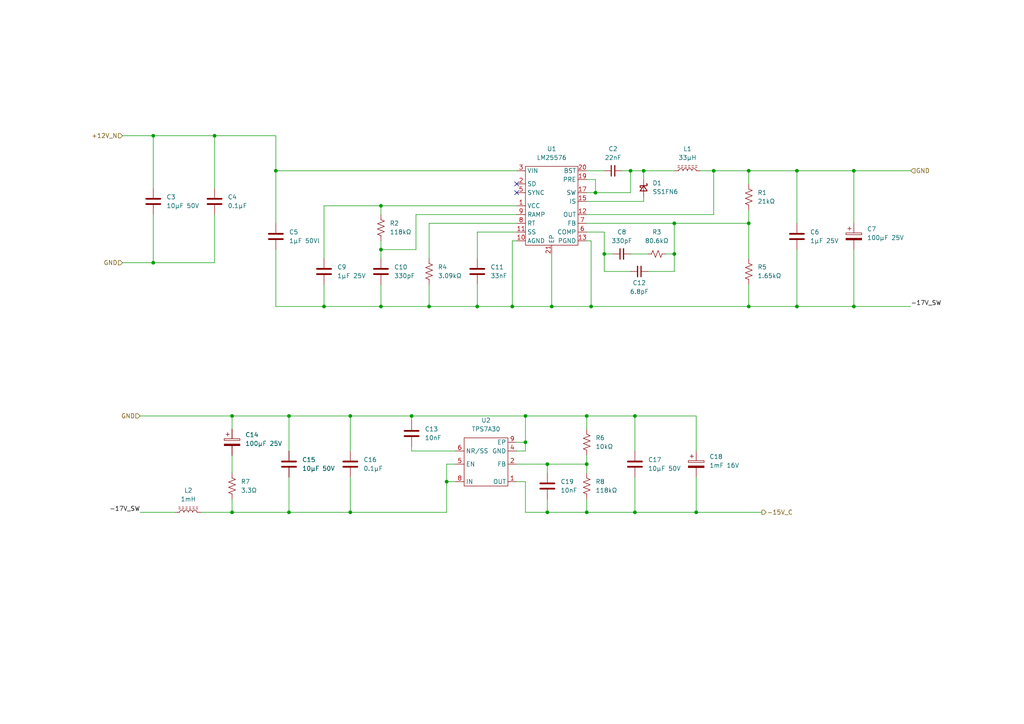
<source format=kicad_sch>
(kicad_sch (version 20231120) (generator "eeschema") (generator_version "8.0")
  (paper "A4")
  (lib_symbols
    (symbol "BW_Active:LM25576"
      (property "Reference" "U" (at 0 14.732 0))
      (property "Value" "LM25576" (at -0.254 12.7 0))
      (symbol "LM25576_0_1"
        (polyline (pts (xy -7.62 11.43) (xy 7.62 11.43) (xy 7.62 -11.43) (xy -7.62 -11.43) (xy -7.62 11.43)))
      )
      (symbol "LM25576_1_1"
        (pin passive line (at -10.16 0 0) (length 2.54) (name "VCC") (number "1"))
        (pin power_in line (at -10.16 -10.16 0) (length 2.54) (name "AGND") (number "10"))
        (pin passive line (at -10.16 -7.62 0) (length 2.54) (name "SS") (number "11"))
        (pin passive line (at 10.16 -2.54 180) (length 2.54) (name "OUT") (number "12"))
        (pin power_in line (at 10.16 -10.16 180) (length 2.54) (name "PGND") (number "13"))
        (pin passive line (at 10.16 -10.16 180) (length 2.54) hide (name "PGND") (number "14"))
        (pin passive line (at 10.16 1.27 180) (length 2.54) (name "IS") (number "15"))
        (pin passive line (at 10.16 1.27 180) (length 2.54) hide (name "IS") (number "16"))
        (pin passive line (at 10.16 3.81 180) (length 2.54) (name "SW") (number "17"))
        (pin passive line (at 10.16 3.81 180) (length 2.54) hide (name "SW") (number "18"))
        (pin passive line (at 10.16 7.62 180) (length 2.54) (name "PRE") (number "19"))
        (pin passive line (at -10.16 6.35 0) (length 2.54) (name "SD") (number "2"))
        (pin passive line (at 10.16 10.16 180) (length 2.54) (name "BST") (number "20"))
        (pin passive line (at 0 -13.97 90) (length 2.54) (name "EP") (number "21"))
        (pin power_in line (at -10.16 10.16 0) (length 2.54) (name "VIN") (number "3"))
        (pin passive line (at -10.16 10.16 0) (length 2.54) hide (name "VIN") (number "4"))
        (pin bidirectional line (at -10.16 3.81 0) (length 2.54) (name "SYNC") (number "5"))
        (pin passive line (at 10.16 -7.62 180) (length 2.54) (name "COMP") (number "6"))
        (pin passive line (at 10.16 -5.08 180) (length 2.54) (name "FB") (number "7"))
        (pin passive line (at -10.16 -5.08 0) (length 2.54) (name "RT") (number "8"))
        (pin passive line (at -10.16 -2.54 0) (length 2.54) (name "RAMP") (number "9"))
      )
    )
    (symbol "BW_Active:TPS7A30"
      (property "Reference" "U" (at 0 10.668 0))
      (property "Value" "TPS7A30" (at 0 8.636 0))
      (symbol "TPS7A30_0_0"
        (pin power_out line (at 8.89 -5.08 180) (length 2.54) (name "OUT") (number "1"))
        (pin passive line (at 8.89 0 180) (length 2.54) (name "FB") (number "2"))
        (pin power_in line (at 8.89 3.81 180) (length 2.54) (name "GND") (number "4"))
        (pin input line (at -8.89 0 0) (length 2.54) (name "EN") (number "5"))
        (pin passive line (at -8.89 3.81 0) (length 2.54) (name "NR/SS") (number "6"))
        (pin power_in line (at -8.89 -5.08 0) (length 2.54) (name "IN") (number "8"))
        (pin passive line (at 8.89 6.35 180) (length 2.54) (name "EP") (number "9"))
      )
      (symbol "TPS7A30_0_1"
        (polyline (pts (xy 6.35 7.62) (xy -6.35 7.62) (xy -6.35 -6.35) (xy 6.35 -6.35) (xy 6.35 7.62)))
      )
    )
    (symbol "Device:C" (pin_numbers hide) (pin_names (offset 0.254))
      (property "Reference" "C" (at 0.635 2.54 0))
      (property "Value" "C" (at 0.635 -2.54 0))
      (symbol "C_0_1"
        (polyline (pts (xy -2.032 -0.762) (xy 2.032 -0.762)) (stroke (width 0.508)))
        (polyline (pts (xy -2.032 0.762) (xy 2.032 0.762)) (stroke (width 0.508)))
      )
      (symbol "C_1_1"
        (pin passive line (at 0 3.81 270) (length 2.794) (name "~") (number "1"))
        (pin passive line (at 0 -3.81 90) (length 2.794) (name "~") (number "2"))
      )
    )
    (symbol "Device:C_Polarized" (pin_numbers hide) (pin_names (offset 0.254))
      (property "Reference" "C" (at 0.635 2.54 0))
      (property "Value" "C_Polarized" (at 0.635 -2.54 0))
      (symbol "C_Polarized_0_1"
        (rectangle (start -2.286 0.508) (end 2.286 1.016))
        (polyline (pts (xy -1.778 2.286) (xy -0.762 2.286)))
        (polyline (pts (xy -1.27 2.794) (xy -1.27 1.778)))
        (rectangle (start 2.286 -0.508) (end -2.286 -1.016) (fill (type outline)))
      )
      (symbol "C_Polarized_1_1"
        (pin passive line (at 0 3.81 270) (length 2.794) (name "~") (number "1"))
        (pin passive line (at 0 -3.81 90) (length 2.794) (name "~") (number "2"))
      )
    )
    (symbol "Device:C_Small" (pin_numbers hide) (pin_names (offset 0.254) hide)
      (property "Reference" "C" (at 0.254 1.778 0))
      (property "Value" "C_Small" (at 0.254 -2.032 0))
      (symbol "C_Small_0_1"
        (polyline (pts (xy -1.524 -0.508) (xy 1.524 -0.508)) (stroke (width 0.3302)))
        (polyline (pts (xy -1.524 0.508) (xy 1.524 0.508)) (stroke (width 0.3048)))
      )
      (symbol "C_Small_1_1"
        (pin passive line (at 0 2.54 270) (length 2.032) (name "~") (number "1"))
        (pin passive line (at 0 -2.54 90) (length 2.032) (name "~") (number "2"))
      )
    )
    (symbol "Device:D_Schottky_Small" (pin_numbers hide) (pin_names (offset 0.254) hide)
      (property "Reference" "D" (at -1.27 2.032 0))
      (property "Value" "D_Schottky_Small" (at -7.112 -2.032 0))
      (symbol "D_Schottky_Small_0_1"
        (polyline (pts (xy -0.762 0) (xy 0.762 0)))
        (polyline (pts (xy 0.762 -1.016) (xy -0.762 0) (xy 0.762 1.016) (xy 0.762 -1.016)) (stroke (width 0.254)))
        (polyline (pts (xy -1.27 0.762) (xy -1.27 1.016) (xy -0.762 1.016) (xy -0.762 -1.016) (xy -0.254 -1.016) (xy -0.254 -0.762)) (stroke (width 0.254)))
      )
      (symbol "D_Schottky_Small_1_1"
        (pin passive line (at -2.54 0 0) (length 1.778) (name "K") (number "1"))
        (pin passive line (at 2.54 0 180) (length 1.778) (name "A") (number "2"))
      )
    )
    (symbol "Device:L_Ferrite" (pin_numbers hide) (pin_names (offset 1.016) hide)
      (property "Reference" "L" (at -1.27 0 90))
      (property "Value" "L_Ferrite" (at 2.794 0 90))
      (symbol "L_Ferrite_0_1"
        (arc (start 0 -2.54) (mid 0.6323 -1.905) (end 0 -1.27))
        (arc (start 0 -1.27) (mid 0.6323 -0.635) (end 0 0))
        (polyline (pts (xy 1.016 -2.794) (xy 1.016 -2.286)))
        (polyline (pts (xy 1.016 -1.778) (xy 1.016 -1.27)))
        (polyline (pts (xy 1.016 -0.762) (xy 1.016 -0.254)))
        (polyline (pts (xy 1.016 0.254) (xy 1.016 0.762)))
        (polyline (pts (xy 1.016 1.27) (xy 1.016 1.778)))
        (polyline (pts (xy 1.016 2.286) (xy 1.016 2.794)))
        (polyline (pts (xy 1.524 -2.286) (xy 1.524 -2.794)))
        (polyline (pts (xy 1.524 -1.27) (xy 1.524 -1.778)))
        (polyline (pts (xy 1.524 -0.254) (xy 1.524 -0.762)))
        (polyline (pts (xy 1.524 0.762) (xy 1.524 0.254)))
        (polyline (pts (xy 1.524 1.778) (xy 1.524 1.27)))
        (polyline (pts (xy 1.524 2.794) (xy 1.524 2.286)))
        (arc (start 0 0) (mid 0.6323 0.635) (end 0 1.27))
        (arc (start 0 1.27) (mid 0.6323 1.905) (end 0 2.54))
      )
      (symbol "L_Ferrite_1_1"
        (pin passive line (at 0 3.81 270) (length 1.27) (name "1") (number "1"))
        (pin passive line (at 0 -3.81 90) (length 1.27) (name "2") (number "2"))
      )
    )
    (symbol "Device:R_Small_US" (pin_numbers hide) (pin_names (offset 0.254) hide)
      (property "Reference" "R" (at 0.762 0.508 0))
      (property "Value" "R_Small_US" (at 0.762 -1.016 0))
      (symbol "R_Small_US_1_1"
        (polyline (pts (xy 0 0) (xy 1.016 -0.381) (xy 0 -0.762) (xy -1.016 -1.143) (xy 0 -1.524)))
        (polyline (pts (xy 0 1.524) (xy 1.016 1.143) (xy 0 0.762) (xy -1.016 0.381) (xy 0 0)))
        (pin passive line (at 0 2.54 270) (length 1.016) (name "~") (number "1"))
        (pin passive line (at 0 -2.54 90) (length 1.016) (name "~") (number "2"))
      )
    )
    (symbol "Device:R_US" (pin_numbers hide) (pin_names (offset 0))
      (property "Reference" "R" (at 2.54 0 90))
      (property "Value" "R_US" (at -2.54 0 90))
      (symbol "R_US_0_1"
        (polyline (pts (xy 0 -2.286) (xy 0 -2.54)))
        (polyline (pts (xy 0 2.286) (xy 0 2.54)))
        (polyline (pts (xy 0 -0.762) (xy 1.016 -1.143) (xy 0 -1.524) (xy -1.016 -1.905) (xy 0 -2.286)))
        (polyline (pts (xy 0 0.762) (xy 1.016 0.381) (xy 0 0) (xy -1.016 -0.381) (xy 0 -0.762)))
        (polyline (pts (xy 0 2.286) (xy 1.016 1.905) (xy 0 1.524) (xy -1.016 1.143) (xy 0 0.762)))
      )
      (symbol "R_US_1_1"
        (pin passive line (at 0 3.81 270) (length 1.27) (name "~") (number "1"))
        (pin passive line (at 0 -3.81 90) (length 1.27) (name "~") (number "2"))
      )
    )
  )
  (junction (at 231.14 49.53))
  (junction (at 201.93 148.59))
  (junction (at 67.31 120.65))
  (junction (at 195.58 73.66))
  (junction (at 231.14 88.9))
  (junction (at 158.75 148.59))
  (junction (at 160.02 88.9))
  (junction (at 110.49 59.69))
  (junction (at 170.18 134.62))
  (junction (at 124.46 88.9))
  (junction (at 170.18 148.59))
  (junction (at 217.17 64.77))
  (junction (at 110.49 88.9))
  (junction (at 186.69 49.53))
  (junction (at 195.58 64.77))
  (junction (at 80.01 49.53))
  (junction (at 101.6 148.59))
  (junction (at 101.6 120.65))
  (junction (at 172.72 55.88))
  (junction (at 110.49 72.39))
  (junction (at 83.82 120.65))
  (junction (at 152.4 128.27))
  (junction (at 129.54 139.7))
  (junction (at 247.65 49.53))
  (junction (at 184.15 148.59))
  (junction (at 175.26 73.66))
  (junction (at 182.88 49.53))
  (junction (at 217.17 88.9))
  (junction (at 170.18 120.65))
  (junction (at 44.45 39.37))
  (junction (at 152.4 120.65))
  (junction (at 119.38 120.65))
  (junction (at 184.15 120.65))
  (junction (at 67.31 148.59))
  (junction (at 207.01 49.53))
  (junction (at 93.98 88.9))
  (junction (at 83.82 148.59))
  (junction (at 171.45 88.9))
  (junction (at 158.75 134.62))
  (junction (at 138.43 88.9))
  (junction (at 247.65 88.9))
  (junction (at 148.59 88.9))
  (junction (at 62.23 39.37))
  (junction (at 44.45 76.2))
  (junction (at 217.17 49.53))
  (no_connect (at 149.86 53.34))
  (no_connect (at 149.86 55.88))
  (wire (pts (xy 83.82 148.59) (xy 101.6 148.59)))
  (wire (pts (xy 138.43 82.55) (xy 138.43 88.9)))
  (wire (pts (xy 170.18 52.07) (xy 172.72 52.07)))
  (wire (pts (xy 247.65 88.9) (xy 231.14 88.9)))
  (wire (pts (xy 158.75 148.59) (xy 170.18 148.59)))
  (wire (pts (xy 170.18 69.85) (xy 171.45 69.85)))
  (wire (pts (xy 152.4 148.59) (xy 158.75 148.59)))
  (wire (pts (xy 184.15 138.43) (xy 184.15 148.59)))
  (wire (pts (xy 83.82 138.43) (xy 83.82 148.59)))
  (wire (pts (xy 184.15 130.81) (xy 184.15 120.65)))
  (wire (pts (xy 186.69 58.42) (xy 186.69 57.15)))
  (wire (pts (xy 93.98 59.69) (xy 93.98 74.93)))
  (wire (pts (xy 110.49 82.55) (xy 110.49 88.9)))
  (wire (pts (xy 170.18 64.77) (xy 195.58 64.77)))
  (wire (pts (xy 217.17 82.55) (xy 217.17 88.9)))
  (wire (pts (xy 247.65 64.77) (xy 247.65 49.53)))
  (wire (pts (xy 170.18 148.59) (xy 170.18 144.78)))
  (wire (pts (xy 184.15 120.65) (xy 170.18 120.65)))
  (wire (pts (xy 170.18 134.62) (xy 170.18 132.08)))
  (wire (pts (xy 148.59 69.85) (xy 149.86 69.85)))
  (wire (pts (xy 101.6 120.65) (xy 101.6 130.81)))
  (wire (pts (xy 217.17 88.9) (xy 171.45 88.9)))
  (wire (pts (xy 80.01 72.39) (xy 80.01 88.9)))
  (wire (pts (xy 175.26 78.74) (xy 175.26 73.66)))
  (wire (pts (xy 175.26 73.66) (xy 175.26 67.31)))
  (wire (pts (xy 148.59 88.9) (xy 160.02 88.9)))
  (wire (pts (xy 67.31 124.46) (xy 67.31 120.65)))
  (wire (pts (xy 62.23 76.2) (xy 44.45 76.2)))
  (wire (pts (xy 158.75 134.62) (xy 158.75 137.16)))
  (wire (pts (xy 138.43 67.31) (xy 149.86 67.31)))
  (wire (pts (xy 170.18 55.88) (xy 172.72 55.88)))
  (wire (pts (xy 132.08 130.81) (xy 119.38 130.81)))
  (wire (pts (xy 158.75 134.62) (xy 170.18 134.62)))
  (wire (pts (xy 160.02 88.9) (xy 160.02 73.66)))
  (wire (pts (xy 62.23 62.23) (xy 62.23 76.2)))
  (wire (pts (xy 247.65 49.53) (xy 264.16 49.53)))
  (wire (pts (xy 138.43 74.93) (xy 138.43 67.31)))
  (wire (pts (xy 231.14 64.77) (xy 231.14 49.53)))
  (wire (pts (xy 186.69 52.07) (xy 186.69 49.53)))
  (wire (pts (xy 119.38 121.92) (xy 119.38 120.65)))
  (wire (pts (xy 149.86 128.27) (xy 152.4 128.27)))
  (wire (pts (xy 231.14 88.9) (xy 217.17 88.9)))
  (wire (pts (xy 203.2 49.53) (xy 207.01 49.53)))
  (wire (pts (xy 120.65 72.39) (xy 110.49 72.39)))
  (wire (pts (xy 170.18 58.42) (xy 186.69 58.42)))
  (wire (pts (xy 186.69 49.53) (xy 182.88 49.53)))
  (wire (pts (xy 80.01 49.53) (xy 80.01 39.37)))
  (wire (pts (xy 101.6 120.65) (xy 119.38 120.65)))
  (wire (pts (xy 201.93 148.59) (xy 220.98 148.59)))
  (wire (pts (xy 170.18 124.46) (xy 170.18 120.65)))
  (wire (pts (xy 170.18 134.62) (xy 170.18 137.16)))
  (wire (pts (xy 207.01 49.53) (xy 207.01 62.23)))
  (wire (pts (xy 129.54 139.7) (xy 129.54 148.59)))
  (wire (pts (xy 182.88 55.88) (xy 182.88 49.53)))
  (wire (pts (xy 83.82 120.65) (xy 101.6 120.65)))
  (wire (pts (xy 195.58 64.77) (xy 195.58 73.66)))
  (wire (pts (xy 201.93 148.59) (xy 184.15 148.59)))
  (wire (pts (xy 195.58 73.66) (xy 193.04 73.66)))
  (wire (pts (xy 171.45 88.9) (xy 160.02 88.9)))
  (wire (pts (xy 124.46 88.9) (xy 138.43 88.9)))
  (wire (pts (xy 80.01 49.53) (xy 80.01 64.77)))
  (wire (pts (xy 138.43 88.9) (xy 148.59 88.9)))
  (wire (pts (xy 149.86 49.53) (xy 80.01 49.53)))
  (wire (pts (xy 195.58 78.74) (xy 195.58 73.66)))
  (wire (pts (xy 172.72 52.07) (xy 172.72 55.88)))
  (wire (pts (xy 217.17 53.34) (xy 217.17 49.53)))
  (wire (pts (xy 217.17 64.77) (xy 195.58 64.77)))
  (wire (pts (xy 187.96 78.74) (xy 195.58 78.74)))
  (wire (pts (xy 182.88 73.66) (xy 187.96 73.66)))
  (wire (pts (xy 110.49 88.9) (xy 124.46 88.9)))
  (wire (pts (xy 217.17 60.96) (xy 217.17 64.77)))
  (wire (pts (xy 152.4 139.7) (xy 152.4 148.59)))
  (wire (pts (xy 172.72 55.88) (xy 182.88 55.88)))
  (wire (pts (xy 149.86 59.69) (xy 110.49 59.69)))
  (wire (pts (xy 170.18 120.65) (xy 152.4 120.65)))
  (wire (pts (xy 124.46 64.77) (xy 149.86 64.77)))
  (wire (pts (xy 149.86 130.81) (xy 152.4 130.81)))
  (wire (pts (xy 149.86 134.62) (xy 158.75 134.62)))
  (wire (pts (xy 152.4 120.65) (xy 119.38 120.65)))
  (wire (pts (xy 40.64 148.59) (xy 50.8 148.59)))
  (wire (pts (xy 201.93 120.65) (xy 184.15 120.65)))
  (wire (pts (xy 170.18 49.53) (xy 175.26 49.53)))
  (wire (pts (xy 124.46 74.93) (xy 124.46 64.77)))
  (wire (pts (xy 101.6 138.43) (xy 101.6 148.59)))
  (wire (pts (xy 149.86 62.23) (xy 120.65 62.23)))
  (wire (pts (xy 80.01 39.37) (xy 62.23 39.37)))
  (wire (pts (xy 148.59 69.85) (xy 148.59 88.9)))
  (wire (pts (xy 44.45 39.37) (xy 62.23 39.37)))
  (wire (pts (xy 40.64 120.65) (xy 67.31 120.65)))
  (wire (pts (xy 201.93 138.43) (xy 201.93 148.59)))
  (wire (pts (xy 35.56 39.37) (xy 44.45 39.37)))
  (wire (pts (xy 175.26 67.31) (xy 170.18 67.31)))
  (wire (pts (xy 119.38 130.81) (xy 119.38 129.54)))
  (wire (pts (xy 186.69 49.53) (xy 195.58 49.53)))
  (wire (pts (xy 129.54 134.62) (xy 132.08 134.62)))
  (wire (pts (xy 124.46 82.55) (xy 124.46 88.9)))
  (wire (pts (xy 44.45 39.37) (xy 44.45 54.61)))
  (wire (pts (xy 129.54 134.62) (xy 129.54 139.7)))
  (wire (pts (xy 58.42 148.59) (xy 67.31 148.59)))
  (wire (pts (xy 83.82 120.65) (xy 83.82 130.81)))
  (wire (pts (xy 231.14 49.53) (xy 217.17 49.53)))
  (wire (pts (xy 110.49 72.39) (xy 110.49 74.93)))
  (wire (pts (xy 110.49 59.69) (xy 110.49 62.23)))
  (wire (pts (xy 217.17 49.53) (xy 207.01 49.53)))
  (wire (pts (xy 93.98 88.9) (xy 110.49 88.9)))
  (wire (pts (xy 201.93 130.81) (xy 201.93 120.65)))
  (wire (pts (xy 67.31 144.78) (xy 67.31 148.59)))
  (wire (pts (xy 217.17 74.93) (xy 217.17 64.77)))
  (wire (pts (xy 35.56 76.2) (xy 44.45 76.2)))
  (wire (pts (xy 132.08 139.7) (xy 129.54 139.7)))
  (wire (pts (xy 152.4 128.27) (xy 152.4 120.65)))
  (wire (pts (xy 67.31 132.08) (xy 67.31 137.16)))
  (wire (pts (xy 171.45 69.85) (xy 171.45 88.9)))
  (wire (pts (xy 158.75 144.78) (xy 158.75 148.59)))
  (wire (pts (xy 207.01 62.23) (xy 170.18 62.23)))
  (wire (pts (xy 247.65 88.9) (xy 264.16 88.9)))
  (wire (pts (xy 182.88 78.74) (xy 175.26 78.74)))
  (wire (pts (xy 101.6 148.59) (xy 129.54 148.59)))
  (wire (pts (xy 93.98 82.55) (xy 93.98 88.9)))
  (wire (pts (xy 247.65 49.53) (xy 231.14 49.53)))
  (wire (pts (xy 152.4 130.81) (xy 152.4 128.27)))
  (wire (pts (xy 182.88 49.53) (xy 180.34 49.53)))
  (wire (pts (xy 120.65 62.23) (xy 120.65 72.39)))
  (wire (pts (xy 247.65 72.39) (xy 247.65 88.9)))
  (wire (pts (xy 184.15 148.59) (xy 170.18 148.59)))
  (wire (pts (xy 80.01 88.9) (xy 93.98 88.9)))
  (wire (pts (xy 175.26 73.66) (xy 177.8 73.66)))
  (wire (pts (xy 110.49 59.69) (xy 93.98 59.69)))
  (wire (pts (xy 67.31 120.65) (xy 83.82 120.65)))
  (wire (pts (xy 110.49 69.85) (xy 110.49 72.39)))
  (wire (pts (xy 44.45 76.2) (xy 44.45 62.23)))
  (wire (pts (xy 231.14 72.39) (xy 231.14 88.9)))
  (wire (pts (xy 62.23 39.37) (xy 62.23 54.61)))
  (wire (pts (xy 149.86 139.7) (xy 152.4 139.7)))
  (wire (pts (xy 67.31 148.59) (xy 83.82 148.59)))
  (label "-17V_SW" (at 264.16 88.9 0))
  (label "-17V_SW" (at 40.64 148.59 180))
  (hierarchical_label "GND" (shape input) (at 40.64 120.65 180))
  (hierarchical_label "GND" (shape input) (at 35.56 76.2 180))
  (hierarchical_label "GND" (shape input) (at 264.16 49.53 0))
  (hierarchical_label "+12V_N" (shape input) (at 35.56 39.37 180))
  (hierarchical_label "-15V_C" (shape output) (at 220.98 148.59 0))
  (symbol (lib_id "Device:R_US") (at 170.18 128.27 0) (unit 1)
    (property "Reference" "R6" (at 172.72 126.9999 0) (effects (justify left)))
    (property "Value" "10kΩ" (at 172.72 129.5399 0) (effects (justify left)))
    (property "Footprint" "Resistor_SMD:R_0603_1608Metric" (effects (hide yes)))
    (property "Description" "Resistor, US symbol" (effects (hide yes)))
  )
  (symbol (lib_id "Device:C_Polarized") (at 67.31 128.27 0) (unit 1)
    (property "Reference" "C14" (at 71.12 126.1109 0) (effects (justify left)))
    (property "Value" "100µF 25V" (at 71.12 128.6509 0) (effects (justify left)))
    (property "Footprint" "Capacitor_THT:CP_Radial_D6.3mm_P2.50mm" (effects (hide yes)))
    (property "Description" "Polarized capacitor" (effects (hide yes)))
  )
  (symbol (lib_id "Device:C_Polarized") (at 247.65 68.58 0) (unit 1)
    (property "Reference" "C7" (at 251.46 66.4209 0) (effects (justify left)))
    (property "Value" "100µF 25V" (at 251.46 68.9609 0) (effects (justify left)))
    (property "Footprint" "Capacitor_SMD:CP_Elec_6.3x7.7" (effects (hide yes)))
    (property "Description" "Polarized capacitor" (effects (hide yes)))
  )
  (symbol (lib_id "Device:R_US") (at 110.49 66.04 0) (unit 1)
    (property "Reference" "R2" (at 113.03 64.7699 0) (effects (justify left)))
    (property "Value" "118kΩ" (at 113.03 67.3099 0) (effects (justify left)))
    (property "Footprint" "Resistor_SMD:R_0603_1608Metric" (effects (hide yes)))
    (property "Description" "Resistor, US symbol" (effects (hide yes)))
  )
  (symbol (lib_id "Device:C") (at 184.15 134.62 0) (unit 1)
    (property "Reference" "C17" (at 187.96 133.3499 0) (effects (justify left)))
    (property "Value" "10µF 50V" (at 187.96 135.8899 0) (effects (justify left)))
    (property "Footprint" "Capacitor_SMD:C_1206_3216Metric" (effects (hide yes)))
    (property "Description" "Unpolarized capacitor" (effects (hide yes)))
  )
  (symbol (lib_id "Device:C") (at 119.38 125.73 0) (unit 1)
    (property "Reference" "C13" (at 123.19 124.4599 0) (effects (justify left)))
    (property "Value" "10nF" (at 123.19 126.9999 0) (effects (justify left)))
    (property "Footprint" "Capacitor_SMD:C_0603_1608Metric" (effects (hide yes)))
    (property "Description" "Unpolarized capacitor" (effects (hide yes)))
  )
  (symbol (lib_id "BW_Active:TPS7A30") (at 140.97 134.62 0) (unit 1)
    (property "Reference" "U2" (at 140.97 121.92 0))
    (property "Value" "TPS7A30" (at 140.97 124.46 0))
    (property "Footprint" "Package_SO:HVSSOP-8-1EP_3x3mm_P0.65mm_EP1.57x1.89mm" (effects (hide yes)))
    (property "Datasheet" "https://www.ti.com/lit/ds/symlink/tps7a30.pdf" (effects (hide yes)))
    (property "Description" "200mA Ultra-low-noise Negative LDO" (effects (hide yes)))
  )
  (symbol (lib_id "Device:C_Small") (at 180.34 73.66 90) (unit 1)
    (property "Reference" "C8" (at 180.3463 67.31 90))
    (property "Value" "330pF" (at 180.3463 69.85 90))
    (property "Footprint" "Capacitor_SMD:C_0603_1608Metric" (effects (hide yes)))
    (property "Description" "Unpolarized capacitor, small symbol" (effects (hide yes)))
  )
  (symbol (lib_id "Device:C_Small") (at 185.42 78.74 270) (unit 1)
    (property "Reference" "C12" (at 185.42 82.042 90))
    (property "Value" "6.8pF" (at 185.42 84.582 90))
    (property "Footprint" "Capacitor_SMD:C_0603_1608Metric" (effects (hide yes)))
    (property "Description" "Unpolarized capacitor, small symbol" (effects (hide yes)))
  )
  (symbol (lib_id "Device:C") (at 93.98 78.74 0) (unit 1)
    (property "Reference" "C9" (at 97.79 77.4699 0) (effects (justify left)))
    (property "Value" "1µF 25V" (at 97.79 80.0099 0) (effects (justify left)))
    (property "Footprint" "Capacitor_SMD:C_0603_1608Metric" (effects (hide yes)))
    (property "Description" "Unpolarized capacitor" (effects (hide yes)))
  )
  (symbol (lib_id "Device:C") (at 110.49 78.74 0) (unit 1)
    (property "Reference" "C10" (at 114.3 77.4699 0) (effects (justify left)))
    (property "Value" "330pF" (at 114.3 80.0099 0) (effects (justify left)))
    (property "Footprint" "Capacitor_SMD:C_0603_1608Metric" (effects (hide yes)))
    (property "Description" "Unpolarized capacitor" (effects (hide yes)))
  )
  (symbol (lib_id "Device:R_Small_US") (at 190.5 73.66 90) (unit 1)
    (property "Reference" "R3" (at 190.5 67.31 90))
    (property "Value" "80.6kΩ" (at 190.5 69.85 90))
    (property "Footprint" "Resistor_SMD:R_0603_1608Metric" (effects (hide yes)))
    (property "Description" "Resistor, small US symbol" (effects (hide yes)))
  )
  (symbol (lib_id "Device:C") (at 83.82 134.62 0) (unit 1)
    (property "Reference" "C15" (at 87.63 133.3499 0) (effects (justify left)))
    (property "Value" "10µF 50V" (at 87.63 135.8899 0) (effects (justify left)))
    (property "Footprint" "Capacitor_SMD:C_1206_3216Metric" (effects (hide yes)))
    (property "Description" "Unpolarized capacitor" (effects (hide yes)))
  )
  (symbol (lib_id "Device:C_Polarized") (at 201.93 134.62 0) (unit 1)
    (property "Reference" "C18" (at 205.74 132.4609 0) (effects (justify left)))
    (property "Value" "1mF 16V" (at 205.74 135.0009 0) (effects (justify left)))
    (property "Footprint" "Capacitor_THT:CP_Radial_D8.0mm_P3.50mm" (effects (hide yes)))
    (property "Description" "Polarized capacitor" (effects (hide yes)))
  )
  (symbol (lib_id "Device:R_US") (at 124.46 78.74 0) (unit 1)
    (property "Reference" "R4" (at 127 77.4699 0) (effects (justify left)))
    (property "Value" "3.09kΩ" (at 127 80.0099 0) (effects (justify left)))
    (property "Footprint" "Resistor_SMD:R_0603_1608Metric" (effects (hide yes)))
    (property "Description" "Resistor, US symbol" (effects (hide yes)))
  )
  (symbol (lib_id "Device:R_US") (at 170.18 140.97 0) (unit 1)
    (property "Reference" "R8" (at 172.72 139.6999 0) (effects (justify left)))
    (property "Value" "118kΩ" (at 172.72 142.2399 0) (effects (justify left)))
    (property "Footprint" "Resistor_SMD:R_0603_1608Metric" (effects (hide yes)))
    (property "Description" "Resistor, US symbol" (effects (hide yes)))
  )
  (symbol (lib_id "Device:C") (at 62.23 58.42 0) (unit 1)
    (property "Reference" "C4" (at 66.04 57.1499 0) (effects (justify left)))
    (property "Value" "0.1µF" (at 66.04 59.6899 0) (effects (justify left)))
    (property "Footprint" "Capacitor_SMD:C_0603_1608Metric" (effects (hide yes)))
    (property "Description" "Unpolarized capacitor" (effects (hide yes)))
  )
  (symbol (lib_id "Device:C") (at 44.45 58.42 0) (unit 1)
    (property "Reference" "C3" (at 48.26 57.1499 0) (effects (justify left)))
    (property "Value" "10µF 50V" (at 48.26 59.6899 0) (effects (justify left)))
    (property "Footprint" "Capacitor_SMD:C_1206_3216Metric" (effects (hide yes)))
    (property "Description" "Unpolarized capacitor" (effects (hide yes)))
  )
  (symbol (lib_id "Device:C") (at 158.75 140.97 0) (unit 1)
    (property "Reference" "C19" (at 162.56 139.6999 0) (effects (justify left)))
    (property "Value" "10nF" (at 162.56 142.2399 0) (effects (justify left)))
    (property "Footprint" "Capacitor_SMD:C_0603_1608Metric" (effects (hide yes)))
    (property "Description" "Unpolarized capacitor" (effects (hide yes)))
  )
  (symbol (lib_id "Device:R_US") (at 217.17 57.15 0) (unit 1)
    (property "Reference" "R1" (at 219.71 55.8799 0) (effects (justify left)))
    (property "Value" "21kΩ" (at 219.71 58.4199 0) (effects (justify left)))
    (property "Footprint" "Resistor_SMD:R_0603_1608Metric" (effects (hide yes)))
    (property "Description" "Resistor, US symbol" (effects (hide yes)))
  )
  (symbol (lib_id "Device:D_Schottky_Small") (at 186.69 54.61 270) (unit 1)
    (property "Reference" "D1" (at 189.23 53.0859 90) (effects (justify left)))
    (property "Value" "SS1FN6" (at 189.23 55.6259 90) (effects (justify left)))
    (property "Footprint" "Diode_SMD:D_SMF" (effects (hide yes)))
    (property "Description" "Schottky diode, small symbol" (effects (hide yes)))
  )
  (symbol (lib_id "Device:C") (at 80.01 68.58 0) (unit 1)
    (property "Reference" "C5" (at 83.82 67.3099 0) (effects (justify left)))
    (property "Value" "1µF 50Vl" (at 83.82 69.8499 0) (effects (justify left)))
    (property "Footprint" "Capacitor_SMD:C_0805_2012Metric" (effects (hide yes)))
    (property "Description" "Unpolarized capacitor" (effects (hide yes)))
  )
  (symbol (lib_id "Device:R_US") (at 67.31 140.97 0) (unit 1)
    (property "Reference" "R7" (at 69.85 139.6999 0) (effects (justify left)))
    (property "Value" "3.3Ω" (at 69.85 142.2399 0) (effects (justify left)))
    (property "Footprint" "Resistor_SMD:R_0805_2012Metric" (effects (hide yes)))
    (property "Description" "Resistor, US symbol" (effects (hide yes)))
  )
  (symbol (lib_id "Device:R_US") (at 217.17 78.74 0) (unit 1)
    (property "Reference" "R5" (at 219.71 77.4699 0) (effects (justify left)))
    (property "Value" "1.65kΩ" (at 219.71 80.0099 0) (effects (justify left)))
    (property "Footprint" "Resistor_SMD:R_0603_1608Metric" (effects (hide yes)))
    (property "Description" "Resistor, US symbol" (effects (hide yes)))
  )
  (symbol (lib_id "Device:L_Ferrite") (at 199.39 49.53 90) (unit 1)
    (property "Reference" "L1" (at 199.39 43.18 90))
    (property "Value" "33µH" (at 199.39 45.72 90))
    (property "Footprint" "BW_PassiveMechanical:L_KEMET_MPGV1D1054" (effects (hide yes)))
    (property "Description" "Inductor with ferrite core" (effects (hide yes)))
  )
  (symbol (lib_id "Device:L_Ferrite") (at 54.61 148.59 90) (unit 1)
    (property "Reference" "L2" (at 54.61 142.24 90))
    (property "Value" "1mH" (at 54.61 144.78 90))
    (property "Footprint" "BW_PassiveMechanical:L_Coilcraft_MSS7348-XXX-fixed" (effects (hide yes)))
    (property "Description" "Inductor with ferrite core" (effects (hide yes)))
  )
  (symbol (lib_id "Device:C") (at 138.43 78.74 0) (unit 1)
    (property "Reference" "C11" (at 142.24 77.4699 0) (effects (justify left)))
    (property "Value" "33nF" (at 142.24 80.0099 0) (effects (justify left)))
    (property "Footprint" "Capacitor_SMD:C_0603_1608Metric" (effects (hide yes)))
    (property "Description" "Unpolarized capacitor" (effects (hide yes)))
  )
  (symbol (lib_id "Device:C") (at 231.14 68.58 0) (unit 1)
    (property "Reference" "C6" (at 234.95 67.3099 0) (effects (justify left)))
    (property "Value" "1µF 25V" (at 234.95 69.8499 0) (effects (justify left)))
    (property "Footprint" "Capacitor_SMD:C_0603_1608Metric" (effects (hide yes)))
    (property "Description" "Unpolarized capacitor" (effects (hide yes)))
  )
  (symbol (lib_id "Device:C_Small") (at 177.8 49.53 90) (unit 1)
    (property "Reference" "C2" (at 177.8063 43.18 90))
    (property "Value" "22nF" (at 177.8063 45.72 90))
    (property "Footprint" "Capacitor_SMD:C_0603_1608Metric" (effects (hide yes)))
    (property "Description" "Unpolarized capacitor, small symbol" (effects (hide yes)))
  )
  (symbol (lib_id "Device:C") (at 101.6 134.62 0) (unit 1)
    (property "Reference" "C16" (at 105.41 133.3499 0) (effects (justify left)))
    (property "Value" "0.1µF" (at 105.41 135.8899 0) (effects (justify left)))
    (property "Footprint" "Capacitor_SMD:C_0603_1608Metric" (effects (hide yes)))
    (property "Description" "Unpolarized capacitor" (effects (hide yes)))
  )
  (symbol (lib_id "BW_Active:LM25576") (at 160.02 59.69 0) (unit 1)
    (property "Reference" "U1" (at 160.02 43.18 0))
    (property "Value" "LM25576" (at 160.02 45.72 0))
    (property "Footprint" "Package_SO:HTSSOP-20-1EP_4.4x6.5mm_P0.65mm_EP2.85x4mm" (effects (hide yes)))
    (property "Datasheet" "https://www.ti.com/lit/ds/symlink/lm25576.pdf" (effects (hide yes)))
    (property "Description" "Integrated-switch 3A step-down switching regulator" (effects (hide yes)))
  )
)
</source>
